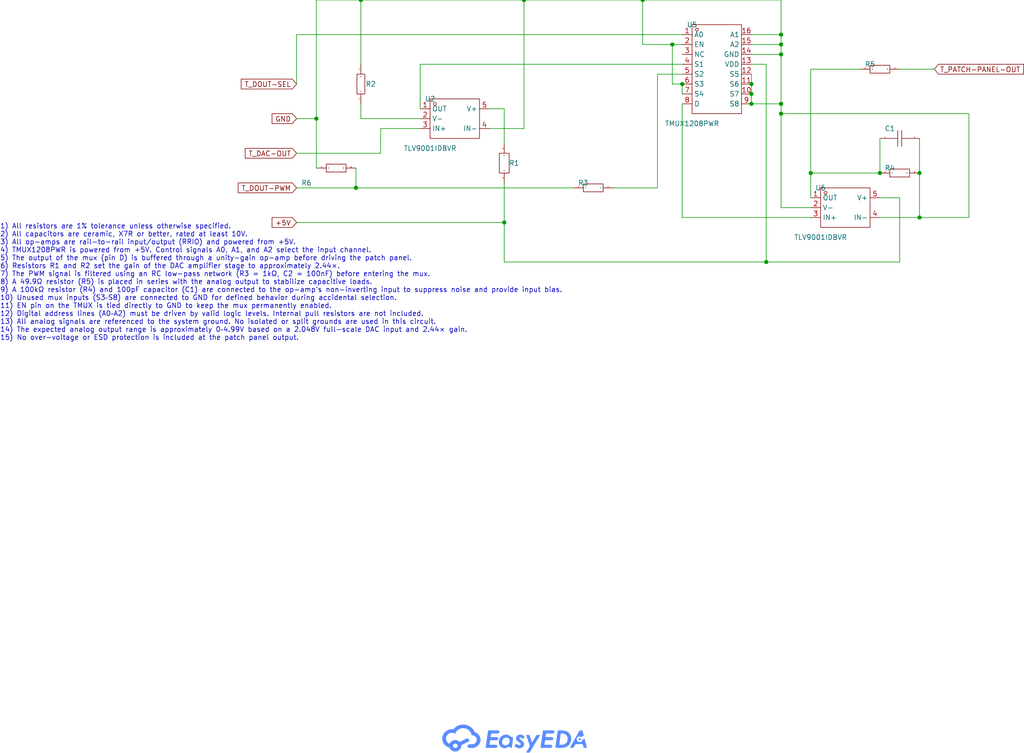
<source format=kicad_sch>
(kicad_sch (version 20250114) (generator "eeschema") (generator_version "9.0")
  (paper "User" 263.068 193.421)
  (lib_symbols
    (symbol "ProPrj_Pra-easyedapro:0402WGF2152TCE"
      (property "Reference" "R" (at 0 0 0))
      (symbol "0402WGF2152TCE_1_0"
        (pin input line (at -5.08 0 0) (length 2.54) (name "1") (number "1"))
        (pin input line (at 5.08 0 180) (length 2.54) (name "2") (number "2"))
      )
    )
    (symbol "ProPrj_Pra-easyedapro:0603WAF1003T5E"
      (property "Reference" "R" (at 0 0 0))
      (symbol "0603WAF1003T5E_1_0"
        (pin input line (at -5.08 0 0) (length 2.54) (name "1") (number "1"))
        (pin input line (at 5.08 0 180) (length 2.54) (name "2") (number "2"))
      )
    )
    (symbol "ProPrj_Pra-easyedapro:0603WAF499JT5E"
      (property "Reference" "R" (at 0 0 0))
      (symbol "0603WAF499JT5E_1_0"
        (pin input line (at -5.08 0 0) (length 2.54) (name "1") (number "1"))
        (pin input line (at 5.08 0 180) (length 2.54) (name "2") (number "2"))
      )
    )
    (symbol "ProPrj_Pra-easyedapro:0603WAJ0102T5E"
      (property "Reference" "R" (at 0 0 0))
      (symbol "0603WAJ0102T5E_1_0"
        (pin input line (at -5.08 0 0) (length 2.54) (name "1") (number "1"))
        (pin input line (at 5.08 0 180) (length 2.54) (name "2") (number "2"))
      )
    )
    (symbol "ProPrj_Pra-easyedapro:CC0603JRNPO9BN101"
      (property "Reference" "C" (at 0 0 0))
      (symbol "CC0603JRNPO9BN101_1_0"
        (pin input line (at -5.08 0 0) (length 2.54) (name "1") (number "1"))
        (pin input line (at 5.08 0 180) (length 2.54) (name "2") (number "2"))
      )
    )
    (symbol "ProPrj_Pra-easyedapro:Drawing-Symbol_A4")
    (symbol "ProPrj_Pra-easyedapro:FRC0603F3092TS"
      (property "Reference" "R" (at 0 0 0))
      (symbol "FRC0603F3092TS_1_0"
        (pin unspecified line (at -5.08 0 0) (length 2.54) (name "1") (number "1"))
        (pin unspecified line (at 5.08 0 180) (length 2.54) (name "2") (number "2"))
      )
    )
    (symbol "ProPrj_Pra-easyedapro:TLV9001IDBVR"
      (property "Reference" "U" (at 0 0 0))
      (symbol "TLV9001IDBVR_1_0"
        (pin unspecified line (at -8.89 2.54 0) (length 2.54) (name "OUT") (number "1"))
        (pin unspecified line (at -8.89 0 0) (length 2.54) (name "V-") (number "2"))
        (pin unspecified line (at -8.89 -2.54 0) (length 2.54) (name "IN+") (number "3"))
        (pin unspecified line (at 8.89 2.54 180) (length 2.54) (name "V+") (number "5"))
        (pin unspecified line (at 8.89 -2.54 180) (length 2.54) (name "IN-") (number "4"))
      )
    )
    (symbol "ProPrj_Pra-easyedapro:TMUX1208PWR"
      (property "Reference" "U" (at 0 0 0))
      (symbol "TMUX1208PWR_1_0"
        (pin unspecified line (at -8.89 8.89 0) (length 2.54) (name "A0") (number "1"))
        (pin unspecified line (at -8.89 6.35 0) (length 2.54) (name "EN") (number "2"))
        (pin unspecified line (at -8.89 3.81 0) (length 2.54) (name "NC") (number "3"))
        (pin unspecified line (at -8.89 1.27 0) (length 2.54) (name "S1") (number "4"))
        (pin unspecified line (at -8.89 -1.27 0) (length 2.54) (name "S2") (number "5"))
        (pin unspecified line (at -8.89 -3.81 0) (length 2.54) (name "S3") (number "6"))
        (pin unspecified line (at -8.89 -6.35 0) (length 2.54) (name "S4") (number "7"))
        (pin unspecified line (at -8.89 -8.89 0) (length 2.54) (name "D") (number "8"))
        (pin unspecified line (at 8.89 8.89 180) (length 2.54) (name "A1") (number "16"))
        (pin unspecified line (at 8.89 6.35 180) (length 2.54) (name "A2") (number "15"))
        (pin unspecified line (at 8.89 3.81 180) (length 2.54) (name "GND") (number "14"))
        (pin unspecified line (at 8.89 1.27 180) (length 2.54) (name "VDD") (number "13"))
        (pin unspecified line (at 8.89 -1.27 180) (length 2.54) (name "S5") (number "12"))
        (pin unspecified line (at 8.89 -3.81 180) (length 2.54) (name "S6") (number "11"))
        (pin unspecified line (at 8.89 -6.35 180) (length 2.54) (name "S7") (number "10"))
        (pin unspecified line (at 8.89 -8.89 180) (length 2.54) (name "S8") (number "9"))
      )
    )
  )
  (text "1) All resistors are 1% tolerance unless otherwise specified.  \n2) All capacitors are ceramic, X7R or better, rated at least 10 V.  \n3) All op-amps are rail-to-rail input/output (RRIO) and powered from +5 V.  \n4) TMUX1208PWR is powered from +5 V. Control signals A0, A1, and A2 select the input channel.  \n5) The output of the mux (pin D) is buffered through a unity-gain op-amp before driving the patch panel.  \n6) Resistors R1 and R2 set the gain of the DAC amplifier stage to approximately 2.44×.  \n7) The PWM signal is filtered using an RC low-pass network (R3 = 1 kΩ, C2 = 100 nF) before entering the mux.  \n8) A 49.9 Ω resistor (R5) is placed in series with the analog output to stabilize capacitive loads.  \n9) A 100 kΩ resistor (R4) and 100 pF capacitor (C1) are connected to the op-amp’s non-inverting input to suppress noise and provide input bias.  \n10) Unused mux inputs (S3–S8) are connected to GND for defined behavior during accidental selection.  \n11) EN pin on the TMUX is tied directly to GND to keep the mux permanently enabled.  \n12) Digital address lines (A0–A2) must be driven by valid logic levels. Internal pull resistors are not included.  \n13) All analog signals are referenced to the system ground. No isolated or split grounds are used in this circuit.  \n14) The expected analog output range is approximately 0–4.99 V based on a 2.048 V full-scale DAC input and 2.44× gain.  \n15) No over-voltage or ESD protection is included at the patch panel output." (at 0 87.63 0) (effects (font (size 1.27 1.27)) (justify left bottom)))
  (junction (at 196.85 67.31))
  (junction (at 200.66 11.43))
  (junction (at 200.66 8.89))
  (junction (at 175.26 21.59))
  (junction (at 200.66 13.97))
  (junction (at 193.04 21.59))
  (junction (at 134.62 0))
  (junction (at 193.04 26.67))
  (junction (at 236.22 44.45))
  (junction (at 200.66 26.67))
  (junction (at 208.28 44.45))
  (junction (at 200.66 29.21))
  (junction (at 81.28 30.48))
  (junction (at 193.04 24.13))
  (junction (at 226.06 44.45))
  (junction (at 92.71 0))
  (junction (at 91.44 48.26))
  (junction (at 236.22 55.88))
  (junction (at 172.72 11.43))
  (junction (at 165.1 0))
  (junction (at 129.54 57.15))
  (wire (pts (xy 175.26 16.51) (xy 107.95 16.51)))
  (wire (pts (xy 147.32 48.26) (xy 91.44 48.26)))
  (wire (pts (xy 220.98 17.78) (xy 208.28 17.78)))
  (wire (pts (xy 248.92 29.21) (xy 200.66 29.21)))
  (wire (pts (xy 129.54 36.83) (xy 129.54 27.94)))
  (wire (pts (xy 208.28 50.8) (xy 208.28 44.45)))
  (wire (pts (xy 200.66 11.43) (xy 200.66 13.97)))
  (wire (pts (xy 129.54 57.15) (xy 76.2 57.15)))
  (wire (pts (xy 92.71 0) (xy 134.62 0)))
  (wire (pts (xy 208.28 44.45) (xy 208.28 17.78)))
  (wire (pts (xy 125.73 33.02) (xy 134.62 33.02)))
  (wire (pts (xy 200.66 13.97) (xy 193.04 13.97)))
  (wire (pts (xy 165.1 0) (xy 200.66 0)))
  (wire (pts (xy 200.66 26.67) (xy 193.04 26.67)))
  (wire (pts (xy 236.22 35.56) (xy 236.22 44.45)))
  (wire (pts (xy 200.66 11.43) (xy 200.66 8.89)))
  (wire (pts (xy 168.91 48.26) (xy 168.91 19.05)))
  (wire (pts (xy 193.04 21.59) (xy 193.04 19.05)))
  (wire (pts (xy 76.2 21.59) (xy 76.2 8.89)))
  (wire (pts (xy 76.2 8.89) (xy 175.26 8.89)))
  (wire (pts (xy 97.79 33.02) (xy 107.95 33.02)))
  (wire (pts (xy 129.54 46.99) (xy 129.54 57.15)))
  (wire (pts (xy 92.71 16.51) (xy 92.71 0)))
  (wire (pts (xy 76.2 30.48) (xy 81.28 30.48)))
  (wire (pts (xy 200.66 26.67) (xy 200.66 29.21)))
  (wire (pts (xy 226.06 50.8) (xy 231.14 50.8)))
  (wire (pts (xy 92.71 30.48) (xy 92.71 26.67)))
  (wire (pts (xy 92.71 0) (xy 81.28 0)))
  (wire (pts (xy 226.06 55.88) (xy 236.22 55.88)))
  (wire (pts (xy 200.66 26.67) (xy 200.66 13.97)))
  (wire (pts (xy 134.62 33.02) (xy 134.62 0)))
  (wire (pts (xy 236.22 44.45) (xy 236.22 55.88)))
  (wire (pts (xy 200.66 8.89) (xy 193.04 8.89)))
  (wire (pts (xy 107.95 30.48) (xy 92.71 30.48)))
  (wire (pts (xy 200.66 8.89) (xy 200.66 0)))
  (wire (pts (xy 248.92 55.88) (xy 236.22 55.88)))
  (wire (pts (xy 129.54 67.31) (xy 129.54 57.15)))
  (wire (pts (xy 196.85 16.51) (xy 196.85 67.31)))
  (wire (pts (xy 193.04 16.51) (xy 196.85 16.51)))
  (wire (pts (xy 165.1 0) (xy 134.62 0)))
  (wire (pts (xy 107.95 16.51) (xy 107.95 27.94)))
  (wire (pts (xy 193.04 24.13) (xy 193.04 26.67)))
  (wire (pts (xy 193.04 24.13) (xy 193.04 21.59)))
  (wire (pts (xy 196.85 67.31) (xy 129.54 67.31)))
  (wire (pts (xy 226.06 44.45) (xy 208.28 44.45)))
  (wire (pts (xy 226.06 35.56) (xy 226.06 44.45)))
  (wire (pts (xy 172.72 11.43) (xy 165.1 11.43)))
  (wire (pts (xy 172.72 11.43) (xy 175.26 11.43)))
  (wire (pts (xy 81.28 30.48) (xy 81.28 43.18)))
  (wire (pts (xy 168.91 19.05) (xy 175.26 19.05)))
  (wire (pts (xy 168.91 48.26) (xy 157.48 48.26)))
  (wire (pts (xy 175.26 21.59) (xy 175.26 24.13)))
  (wire (pts (xy 97.79 39.37) (xy 97.79 33.02)))
  (wire (pts (xy 76.2 48.26) (xy 91.44 48.26)))
  (wire (pts (xy 240.03 17.78) (xy 231.14 17.78)))
  (wire (pts (xy 175.26 21.59) (xy 172.72 21.59)))
  (wire (pts (xy 200.66 11.43) (xy 193.04 11.43)))
  (wire (pts (xy 76.2 39.37) (xy 97.79 39.37)))
  (wire (pts (xy 208.28 53.34) (xy 200.66 53.34)))
  (wire (pts (xy 165.1 11.43) (xy 165.1 0)))
  (wire (pts (xy 248.92 55.88) (xy 248.92 29.21)))
  (wire (pts (xy 81.28 30.48) (xy 81.28 0)))
  (wire (pts (xy 200.66 29.21) (xy 200.66 53.34)))
  (wire (pts (xy 172.72 11.43) (xy 172.72 21.59)))
  (wire (pts (xy 175.26 55.88) (xy 208.28 55.88)))
  (wire (pts (xy 125.73 27.94) (xy 129.54 27.94)))
  (wire (pts (xy 91.44 48.26) (xy 91.44 43.18)))
  (wire (pts (xy 196.85 67.31) (xy 231.14 67.31)))
  (wire (pts (xy 175.26 26.67) (xy 175.26 55.88)))
  (wire (pts (xy 231.14 50.8) (xy 231.14 67.31)))
  (global_label "+5V" (shape input) (at 76.2 57.15 180) (property "Intersheetrefs" "${INTERSHEET_REFS}" (effects (hide yes))))
  (global_label "GND" (shape input) (at 76.2 30.48 180) (property "Intersheetrefs" "${INTERSHEET_REFS}" (effects (hide yes))))
  (global_label "T_DOUT-SEL" (shape input) (at 76.2 21.59 180) (property "Intersheetrefs" "${INTERSHEET_REFS}" (effects (hide yes))))
  (global_label "T_DAC-OUT" (shape input) (at 76.2 39.37 180) (property "Intersheetrefs" "${INTERSHEET_REFS}" (effects (hide yes))))
  (global_label "T_DOUT-PWM" (shape input) (at 76.2 48.26 180) (property "Intersheetrefs" "${INTERSHEET_REFS}" (effects (hide yes))))
  (global_label "T_PATCH-PANEL-OUT" (shape input) (at 240.03 17.78 0) (property "Intersheetrefs" "${INTERSHEET_REFS}" (effects (hide yes))))
  (symbol (lib_id "ProPrj_Pra-easyedapro:0603WAF1003T5E") (at 231.14 44.45 0) (unit 1)
    (property "Reference" "R4" (at 228.6 43.18 0))
    (property "Value" "100kΩ" (effects (hide yes)))
    (property "Footprint" "ProPrj_Pra-easyedapro:R0603" (effects (hide yes)))
    (property "Datasheet" "https://atta.szlcsc.com/upload/public/pdf/source/20200306/C422600_1E6D84923E4A46A82E41ADD87F860B5C.pdf" (effects (hide yes)))
    (property "Description" "Type:Thick Film Resistors Resistance:100kΩ Tolerance:±1% Tolerance:±1% Power(Watts): Overload Voltage (Max): Temperature Coefficient:±100ppm/°C Temperature Coefficient:±100ppm/°C Operating Temperature Range:-55°C~+155°C Operating Temperature Range:-55°C~+155°C" (effects (hide yes)))
    (property "Manufacturer Part" "0603WAF1003T5E" (effects (hide yes)))
    (property "Manufacturer" "UNI-ROYAL(厚声)" (effects (hide yes)))
    (property "Supplier Part" "C25803" (effects (hide yes)))
    (property "Supplier" "LCSC" (effects (hide yes)))
    (property "LCSC Part Name" "100kΩ ±1% 100mW 厚膜电阻" (effects (hide yes)))
  )
  (symbol (lib_id "ProPrj_Pra-easyedapro:CC0603JRNPO9BN101") (at 231.14 35.56 0) (unit 1)
    (property "Reference" "C1" (at 228.6 33.02 0))
    (property "Value" "100pF" (effects (hide yes)))
    (property "Footprint" "ProPrj_Pra-easyedapro:C0603" (effects (hide yes)))
    (property "Datasheet" "https://atta.szlcsc.com/upload/public/pdf/source/20181008/C309499_21CC21451B82C39E3D92150FD6B30293.pdf" (effects (hide yes)))
    (property "Description" "Capacitance: Tolerance:±5% Tolerance:±5% Voltage Rated: Temperature Coefficient:" (effects (hide yes)))
    (property "Manufacturer Part" "CC0603JRNPO9BN101" (effects (hide yes)))
    (property "Manufacturer" "YAGEO(国巨)" (effects (hide yes)))
    (property "Supplier Part" "C14665" (effects (hide yes)))
    (property "Supplier" "LCSC" (effects (hide yes)))
    (property "LCSC Part Name" "100pF ±5% 50V" (effects (hide yes)))
  )
  (symbol (lib_id "ProPrj_Pra-easyedapro:FRC0603F3092TS") (at 129.54 41.91 90) (unit 1)
    (property "Reference" "R1" (at 132.08 41.91 90))
    (property "Value" "30.9kΩ" (effects (hide yes)))
    (property "Footprint" "ProPrj_Pra-easyedapro:R0603" (effects (hide yes)))
    (property "Datasheet" "https://item.szlcsc.com/datasheet/FRC0603F3092TS/3267023.html" (effects (hide yes)))
    (property "Description" "Type:Thick Film Resistor Resistance:30.9kΩ Tolerance:±1% Tolerance:±1% Power(Watts):100mW Voltage-Supply(Max):75V Temperature Coefficient:±100ppm/°C Temperature Coefficient:±100ppm/°C Operating Temperature:-55°C~+155°C Operating Temperature:-55°C~+155°C" (effects (hide yes)))
    (property "Manufacturer Part" "FRC0603F3092TS" (effects (hide yes)))
    (property "Manufacturer" "FOJAN(富捷)" (effects (hide yes)))
    (property "Supplier Part" "C2930090" (effects (hide yes)))
    (property "Supplier" "LCSC" (effects (hide yes)))
    (property "LCSC Part Name" "30.9kΩ ±1% 100mW 厚膜电阻" (effects (hide yes)))
  )
  (symbol (lib_id "ProPrj_Pra-easyedapro:TMUX1208PWR") (at 184.15 17.78 0) (unit 1)
    (property "Reference" "U5" (at 177.8 6.35 0))
    (property "Value" "TMUX1208PWR" (at 177.8 31.75 0))
    (property "Footprint" "ProPrj_Pra-easyedapro:TSSOP-16_L5.0-W4.4-P0.65-LS6.4-BL" (effects (hide yes)))
    (property "Datasheet" "https://www.ti.com/cn/lit/gpn/tmux1208" (effects (hide yes)))
    (property "Description" "Switch Circuit:SP8T single pole eight throw Number of Channels:8 Supply Voltage:1.08V~5.5V Supply Voltage:1.08V~5.5V Turn-on time:48ns On-State Resistance (Max):9Ω Turn-off time:48ns Operating Temperature:-40°C~+125°C Operating Temperature:-40°C~+125°C" (effects (hide yes)))
    (property "Manufacturer Part" "TMUX1208PWR" (effects (hide yes)))
    (property "Manufacturer" "TI(德州仪器)" (effects (hide yes)))
    (property "Supplier Part" "C494728" (effects (hide yes)))
    (property "Supplier" "LCSC" (effects (hide yes)))
    (property "LCSC Part Name" "TMUX1208 5V 双向8:1单通道多路复用器" (effects (hide yes)))
  )
  (symbol (lib_id "ProPrj_Pra-easyedapro:Drawing-Symbol_A4") (at -11.43 196.85 0) (unit 1)
    (property "Reference" "?" (at -11.43 196.85 0))
    (property "Footprint" "ProPrj_Pra-easyedapro:" (effects (hide yes)))
    (property "@Board Name" "Voltage Output" (at -11.43 196.85 0))
    (property "@Create Date" "2025-08-14" (at -11.43 196.85 0))
    (property "@Create Time" "12:47:28" (at -11.43 196.85 0))
    (property "@Page Count" "1" (at -11.43 196.85 0))
    (property "@Page Name" "P1" (at -11.43 196.85 0))
    (property "@Page No" "1" (at -11.43 196.85 0))
    (property "@Project Name" "Practice 4 layer" (at -11.43 196.85 0))
    (property "@Schematic Name" "Voltage Output" (at -11.43 196.85 0))
    (property "@Update Date" "2025-08-14" (at -11.43 196.85 0))
    (property "@Update Time" "22:30:04" (at -11.43 196.85 0))
    (property "Blade Width" "10" (at -11.43 196.85 0))
    (property "Border" "1" (at -11.43 196.85 0))
    (property "Company" "EasyEDA.com" (at -11.43 196.85 0))
    (property "Height" "825" (at -11.43 196.85 0))
    (property "Page Size" "A4" (at -11.43 196.85 0))
    (property "Region Start" "1" (at -11.43 196.85 0))
    (property "Title Block" "1" (at -11.43 196.85 0))
    (property "Title Block Position" "3" (at -11.43 196.85 0))
    (property "Version" "V1.0" (at -11.43 196.85 0))
    (property "Width" "1170" (at -11.43 196.85 0))
    (property "X Region Count" "6" (at -11.43 196.85 0))
    (property "Y Region Count" "4" (at -11.43 196.85 0))
  )
  (symbol (lib_id "ProPrj_Pra-easyedapro:0603WAJ0102T5E") (at 152.4 48.26 0) (unit 1)
    (property "Reference" "R3" (at 149.86 46.99 0))
    (property "Value" "1kΩ" (effects (hide yes)))
    (property "Footprint" "ProPrj_Pra-easyedapro:R0603" (effects (hide yes)))
    (property "Datasheet" "https://item.szlcsc.com/datasheet/0603WAJ0102T5E/26328.html" (effects (hide yes)))
    (property "Description" "Type:Thick Film Resistor Resistance:1kΩ Tolerance:±5% Tolerance:±5% Power(Watts):100mW Voltage-Supply(Max):75V Temperature Coefficient:±100ppm/°C Temperature Coefficient:±100ppm/°C Operating Temperature:-55°C~+155°C Operating Temperature:-55°C~+155°C" (effects (hide yes)))
    (property "Manufacturer Part" "0603WAJ0102T5E" (effects (hide yes)))
    (property "Manufacturer" "UNI-ROYAL(厚声)" (effects (hide yes)))
    (property "Supplier Part" "C25585" (effects (hide yes)))
    (property "Supplier" "LCSC" (effects (hide yes)))
    (property "LCSC Part Name" "1kΩ ±5% 100mW 厚膜电阻" (effects (hide yes)))
  )
  (symbol (lib_id "ProPrj_Pra-easyedapro:TLV9001IDBVR") (at 217.17 53.34 0) (unit 1)
    (property "Reference" "U6" (at 210.82 48.26 0))
    (property "Value" "TLV9001IDBVR" (at 210.82 60.96 0))
    (property "Footprint" "ProPrj_Pra-easyedapro:SOT-23-5_L3.0-W1.7-P0.95-LS2.8-BR" (effects (hide yes)))
    (property "Datasheet" "https://www.ti.com/cn/lit/gpn/tlv9001" (effects (hide yes)))
    (property "Description" "Number of Channels:Single channel Maximum Power Supply Range (Vdd-Vss):5.5V Rail to Rail:- Gain Bandwidth Product:- Vos - Input Offset Voltage:1.6mV Input Offset Voltage Drift(Vos TC):0.6uV/°C Slew Rate:2V/us Ib - Input Bias Current:5pA Input Offset Curren" (effects (hide yes)))
    (property "Manufacturer Part" "TLV9001IDBVR" (effects (hide yes)))
    (property "Manufacturer" "TI(德州仪器)" (effects (hide yes)))
    (property "Supplier Part" "C398363" (effects (hide yes)))
    (property "Supplier" "LCSC" (effects (hide yes)))
    (property "LCSC Part Name" "TLV9001IDBVR" (effects (hide yes)))
  )
  (symbol (lib_id "ProPrj_Pra-easyedapro:0603WAF499JT5E") (at 226.06 17.78 0) (unit 1)
    (property "Reference" "R5" (at 223.52 16.51 0))
    (property "Value" "49.9Ω" (effects (hide yes)))
    (property "Footprint" "ProPrj_Pra-easyedapro:R0603" (effects (hide yes)))
    (property "Datasheet" "https://item.szlcsc.com/datasheet/0603WAF499JT5E/23912.html" (effects (hide yes)))
    (property "Description" "Type:Thick Film Resistor Resistance:49.9Ω Tolerance:±1% Tolerance:±1% Power(Watts):100mW Voltage-Supply(Max):75V Temperature Coefficient:±100ppm/°C Temperature Coefficient:±100ppm/°C Operating Temperature:-55°C~+155°C Operating Temperature:-55°C~+155°C" (effects (hide yes)))
    (property "Manufacturer Part" "0603WAF499JT5E" (effects (hide yes)))
    (property "Manufacturer" "UNI-ROYAL(厚声)" (effects (hide yes)))
    (property "Supplier Part" "C23185" (effects (hide yes)))
    (property "Supplier" "LCSC" (effects (hide yes)))
    (property "LCSC Part Name" "49.9Ω ±1% 100mW 厚膜电阻" (effects (hide yes)))
  )
  (symbol (lib_id "ProPrj_Pra-easyedapro:0402WGF2152TCE") (at 92.71 21.59 90) (unit 1)
    (property "Reference" "R2" (at 95.25 21.59 90))
    (property "Value" "21.5kΩ" (effects (hide yes)))
    (property "Footprint" "ProPrj_Pra-easyedapro:R0402" (effects (hide yes)))
    (property "Datasheet" "https://item.szlcsc.com/datasheet/0402WGF2152TCE/26615.html" (effects (hide yes)))
    (property "Description" "Type:Thick Film Resistor Resistance:21.5kΩ Tolerance:±1% Tolerance:±1% Power(Watts):62.5mW Voltage-Supply(Max):50V Temperature Coefficient:±100ppm/°C Temperature Coefficient:±100ppm/°C Operating Temperature:-55°C~+155°C Operating Temperature:-55°C~+155°C" (effects (hide yes)))
    (property "Manufacturer Part" "0402WGF2152TCE" (effects (hide yes)))
    (property "Manufacturer" "UNI-ROYAL(厚声)" (effects (hide yes)))
    (property "Supplier Part" "C25872" (effects (hide yes)))
    (property "Supplier" "LCSC" (effects (hide yes)))
    (property "LCSC Part Name" "21.5kΩ ±1% 62.5mW 厚膜电阻" (effects (hide yes)))
  )
  (symbol (lib_id "ProPrj_Pra-easyedapro:TLV9001IDBVR") (at 116.84 30.48 0) (unit 1)
    (property "Reference" "U2" (at 110.49 25.4 0))
    (property "Value" "TLV9001IDBVR" (at 110.49 38.1 0))
    (property "Footprint" "ProPrj_Pra-easyedapro:SOT-23-5_L3.0-W1.7-P0.95-LS2.8-BR" (effects (hide yes)))
    (property "Datasheet" "https://www.ti.com/cn/lit/gpn/tlv9001" (effects (hide yes)))
    (property "Description" "Number of Channels:Single channel Maximum Power Supply Range (Vdd-Vss):5.5V Rail to Rail:- Gain Bandwidth Product:- Vos - Input Offset Voltage:1.6mV Input Offset Voltage Drift(Vos TC):0.6uV/°C Slew Rate:2V/us Ib - Input Bias Current:5pA Input Offset Curren" (effects (hide yes)))
    (property "Manufacturer Part" "TLV9001IDBVR" (effects (hide yes)))
    (property "Manufacturer" "TI(德州仪器)" (effects (hide yes)))
    (property "Supplier Part" "C398363" (effects (hide yes)))
    (property "Supplier" "LCSC" (effects (hide yes)))
    (property "LCSC Part Name" "TLV9001IDBVR" (effects (hide yes)))
  )
  (symbol (lib_id "ProPrj_Pra-easyedapro:0603WAF1003T5E") (at 86.36 43.18 0) (unit 1)
    (property "Reference" "R6" (at 78.74 46.99 0))
    (property "Value" "100kΩ" (effects (hide yes)))
    (property "Footprint" "ProPrj_Pra-easyedapro:R0603" (effects (hide yes)))
    (property "Datasheet" "https://atta.szlcsc.com/upload/public/pdf/source/20200306/C422600_1E6D84923E4A46A82E41ADD87F860B5C.pdf" (effects (hide yes)))
    (property "Description" "Type:Thick Film Resistors Resistance:100kΩ Tolerance:±1% Tolerance:±1% Power(Watts): Overload Voltage (Max): Temperature Coefficient:±100ppm/°C Temperature Coefficient:±100ppm/°C Operating Temperature Range:-55°C~+155°C Operating Temperature Range:-55°C~+155°C" (effects (hide yes)))
    (property "Manufacturer Part" "0603WAF1003T5E" (effects (hide yes)))
    (property "Manufacturer" "UNI-ROYAL(厚声)" (effects (hide yes)))
    (property "Supplier Part" "C25803" (effects (hide yes)))
    (property "Supplier" "LCSC" (effects (hide yes)))
    (property "LCSC Part Name" "100kΩ ±1% 100mW 厚膜电阻" (effects (hide yes)))
  )
)
</source>
